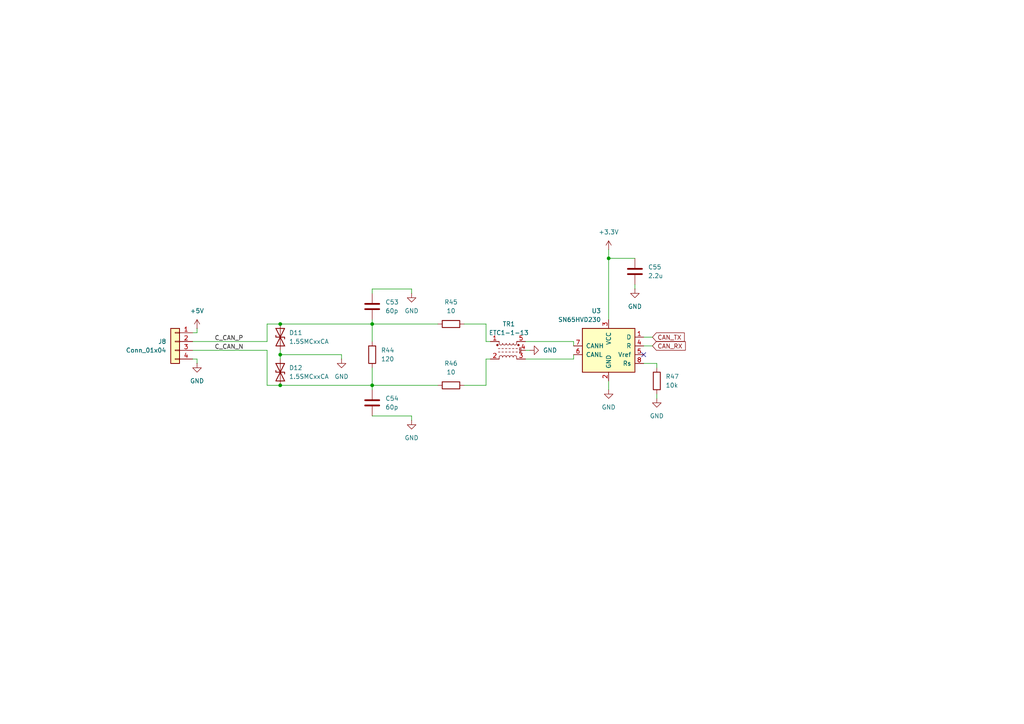
<source format=kicad_sch>
(kicad_sch (version 20231120) (generator "eeschema") (generator_version "8.0")
  (paper "A4")
  (lib_symbols
    (symbol "Connector_Generic:Conn_01x04" (pin_names (offset 1.016) hide)
      (property "Reference" "J" (at 0 5.08 0))
      (property "Value" "Conn_01x04" (at 0 -7.62 0))
      (symbol "Conn_01x04_1_1"
        (rectangle (start -1.27 -4.953) (end 0 -5.207) (stroke (width 0.1524)))
        (rectangle (start -1.27 -2.413) (end 0 -2.667) (stroke (width 0.1524)))
        (rectangle (start -1.27 0.127) (end 0 -0.127) (stroke (width 0.1524)))
        (rectangle (start -1.27 2.667) (end 0 2.413) (stroke (width 0.1524)))
        (rectangle (start -1.27 3.81) (end 1.27 -6.35) (stroke (width 0.254)) (fill (type background)))
        (pin passive line (at -5.08 2.54 0) (length 3.81) (name "Pin_1") (number "1"))
        (pin passive line (at -5.08 0 0) (length 3.81) (name "Pin_2") (number "2"))
        (pin passive line (at -5.08 -2.54 0) (length 3.81) (name "Pin_3") (number "3"))
        (pin passive line (at -5.08 -5.08 0) (length 3.81) (name "Pin_4") (number "4"))
      )
    )
    (symbol "Device:C" (pin_numbers hide) (pin_names (offset 0.254))
      (property "Reference" "C" (at 0.635 2.54 0))
      (property "Value" "C" (at 0.635 -2.54 0))
      (symbol "C_0_1"
        (polyline (pts (xy -2.032 -0.762) (xy 2.032 -0.762)) (stroke (width 0.508)))
        (polyline (pts (xy -2.032 0.762) (xy 2.032 0.762)) (stroke (width 0.508)))
      )
      (symbol "C_1_1"
        (pin passive line (at 0 3.81 270) (length 2.794) (name "~") (number "1"))
        (pin passive line (at 0 -3.81 90) (length 2.794) (name "~") (number "2"))
      )
    )
    (symbol "Device:R" (pin_numbers hide) (pin_names (offset 0))
      (property "Reference" "R" (at 2.032 0 90))
      (property "Value" "R" (at 0 0 90))
      (symbol "R_0_1"
        (rectangle (start -1.016 -2.54) (end 1.016 2.54) (stroke (width 0.254)))
      )
      (symbol "R_1_1"
        (pin passive line (at 0 3.81 270) (length 1.27) (name "~") (number "1"))
        (pin passive line (at 0 -3.81 90) (length 1.27) (name "~") (number "2"))
      )
    )
    (symbol "Diode:1.5SMCxxCA" (pin_numbers hide) (pin_names (offset 1.016) hide)
      (property "Reference" "D" (at 0 2.54 0))
      (property "Value" "1.5SMCxxCA" (at 0 -2.54 0))
      (symbol "1.5SMCxxCA_0_1"
        (polyline (pts (xy 1.27 0) (xy -1.27 0)))
        (polyline (pts (xy -2.54 -1.27) (xy 0 0) (xy -2.54 1.27) (xy -2.54 -1.27)) (stroke (width 0.254)))
        (polyline (pts (xy 0.508 1.27) (xy 0 1.27) (xy 0 -1.27) (xy -0.508 -1.27)) (stroke (width 0.254)))
        (polyline (pts (xy 2.54 1.27) (xy 2.54 -1.27) (xy 0 0) (xy 2.54 1.27)) (stroke (width 0.254)))
      )
      (symbol "1.5SMCxxCA_1_1"
        (pin passive line (at -3.81 0 0) (length 2.54) (name "A1") (number "1"))
        (pin passive line (at 3.81 0 180) (length 2.54) (name "A2") (number "2"))
      )
    )
    (symbol "Interface_CAN_LIN:SN65HVD230" (pin_names (offset 1.016))
      (property "Reference" "U" (at -2.54 10.16 0))
      (property "Value" "SN65HVD230" (at -2.54 7.62 0))
      (symbol "SN65HVD230_0_1"
        (rectangle (start -7.62 5.08) (end 7.62 -7.62) (stroke (width 0.254)) (fill (type background)))
      )
      (symbol "SN65HVD230_1_1"
        (pin input line (at -10.16 2.54 0) (length 2.54) (name "D") (number "1"))
        (pin power_in line (at 0 -10.16 90) (length 2.54) (name "GND") (number "2"))
        (pin power_in line (at 0 7.62 270) (length 2.54) (name "VCC") (number "3"))
        (pin output line (at -10.16 0 0) (length 2.54) (name "R") (number "4"))
        (pin output line (at -10.16 -2.54 0) (length 2.54) (name "Vref") (number "5"))
        (pin bidirectional line (at 10.16 -2.54 180) (length 2.54) (name "CANL") (number "6"))
        (pin bidirectional line (at 10.16 0 180) (length 2.54) (name "CANH") (number "7"))
        (pin input line (at -10.16 -5.08 0) (length 2.54) (name "Rs") (number "8"))
      )
    )
    (symbol "Transformer:ETC1-1-13" (pin_names hide)
      (property "Reference" "TR" (at 0 3.81 0))
      (property "Value" "ETC1-1-13" (at 0 -3.81 0))
      (symbol "ETC1-1-13_0_0"
        (polyline (pts (xy 3.81 0.762) (xy 3.81 -0.762)))
        (text "Mounting" (at 3.429 0 900) (effects (font (size 0.254 0.254) (bold yes))))
      )
      (symbol "ETC1-1-13_1_1"
        (circle (center -3.048 1.524) (radius 0.254) (fill (type outline)))
        (arc (start -2.54 2.032) (mid -2.032 1.5262) (end -1.524 2.032))
        (arc (start -1.524 -2.032) (mid -2.032 -1.5262) (end -2.54 -2.032))
        (arc (start -1.524 2.032) (mid -1.016 1.5262) (end -0.508 2.032))
        (arc (start -0.508 -2.032) (mid -1.016 -1.5262) (end -1.524 -2.032))
        (arc (start -0.508 2.032) (mid 0 1.5262) (end 0.508 2.032))
        (polyline (pts (xy -2.794 -0.508) (xy -2.286 -0.508)))
        (polyline (pts (xy -2.794 0.508) (xy -2.286 0.508)))
        (polyline (pts (xy -2.54 -2.032) (xy -2.54 -2.54)))
        (polyline (pts (xy -2.54 2.032) (xy -2.54 2.54)))
        (polyline (pts (xy -1.778 -0.508) (xy -1.27 -0.508)))
        (polyline (pts (xy -1.778 0.508) (xy -1.27 0.508)))
        (polyline (pts (xy -0.762 -0.508) (xy -0.254 -0.508)))
        (polyline (pts (xy -0.762 0.508) (xy -0.254 0.508)))
        (polyline (pts (xy 0.254 -0.508) (xy 0.762 -0.508)))
        (polyline (pts (xy 0.254 0.508) (xy 0.762 0.508)))
        (polyline (pts (xy 1.27 -0.508) (xy 1.778 -0.508)))
        (polyline (pts (xy 1.27 0.508) (xy 1.778 0.508)))
        (polyline (pts (xy 2.286 -0.508) (xy 2.794 -0.508)))
        (polyline (pts (xy 2.286 0.508) (xy 2.794 0.508)))
        (polyline (pts (xy 2.54 -2.032) (xy 2.54 -2.54)))
        (polyline (pts (xy 2.54 2.54) (xy 2.54 2.032)))
        (arc (start 0.508 -2.032) (mid 0 -1.5262) (end -0.508 -2.032))
        (arc (start 0.508 2.032) (mid 1.016 1.5262) (end 1.524 2.032))
        (arc (start 1.524 -2.032) (mid 1.016 -1.5262) (end 0.508 -2.032))
        (arc (start 1.524 2.032) (mid 2.032 1.5262) (end 2.54 2.032))
        (arc (start 2.54 -2.032) (mid 2.032 -1.5262) (end 1.524 -2.032))
        (circle (center 3.048 1.524) (radius 0.254) (fill (type outline)))
        (pin passive line (at -5.08 2.54 0) (length 2.54) (name "~") (number "1"))
        (pin passive line (at -5.08 -2.54 0) (length 2.54) (name "~") (number "2"))
        (pin passive line (at 5.08 -2.54 180) (length 2.54) (name "~") (number "3"))
        (pin passive line (at 5.08 0 180) (length 1.27) (name "MP") (number "4"))
        (pin passive line (at 5.08 2.54 180) (length 2.54) (name "~") (number "5"))
      )
    )
    (symbol "power:+3.3V" (power) (pin_numbers hide) (pin_names (offset 0) hide)
      (property "Value" "+3.3V" (at 0 3.556 0))
      (symbol "+3.3V_0_1"
        (polyline (pts (xy -0.762 1.27) (xy 0 2.54)))
        (polyline (pts (xy 0 0) (xy 0 2.54)))
        (polyline (pts (xy 0 2.54) (xy 0.762 1.27)))
      )
      (symbol "+3.3V_1_1"
        (pin power_in line (at 0 0 90) (length 0) (name "~") (number "1"))
      )
    )
    (symbol "power:+5V" (power) (pin_numbers hide) (pin_names (offset 0) hide)
      (property "Value" "+5V" (at 0 3.556 0))
      (symbol "+5V_0_1"
        (polyline (pts (xy -0.762 1.27) (xy 0 2.54)))
        (polyline (pts (xy 0 0) (xy 0 2.54)))
        (polyline (pts (xy 0 2.54) (xy 0.762 1.27)))
      )
      (symbol "+5V_1_1"
        (pin power_in line (at 0 0 90) (length 0) (name "~") (number "1"))
      )
    )
    (symbol "power:GND" (power) (pin_numbers hide) (pin_names (offset 0) hide)
      (property "Value" "GND" (at 0 -3.81 0))
      (symbol "GND_0_1"
        (polyline (pts (xy 0 0) (xy 0 -1.27) (xy 1.27 -1.27) (xy 0 -2.54) (xy -1.27 -1.27) (xy 0 -1.27)))
      )
      (symbol "GND_1_1"
        (pin power_in line (at 0 0 270) (length 0) (name "~") (number "1"))
      )
    )
  )
  (junction (at 176.53 74.93))
  (junction (at 107.95 111.76))
  (junction (at 81.28 93.98))
  (junction (at 107.95 93.98))
  (junction (at 81.28 111.76))
  (junction (at 81.28 102.87))
  (no_connect (at 186.69 102.87))
  (wire (pts (xy 140.97 104.14) (xy 142.24 104.14)))
  (wire (pts (xy 119.38 120.65) (xy 119.38 121.92)))
  (wire (pts (xy 81.28 111.76) (xy 107.95 111.76)))
  (wire (pts (xy 77.47 99.06) (xy 77.47 93.98)))
  (wire (pts (xy 166.37 104.14) (xy 166.37 102.87)))
  (wire (pts (xy 119.38 83.82) (xy 119.38 85.09)))
  (wire (pts (xy 186.69 100.33) (xy 189.23 100.33)))
  (wire (pts (xy 55.88 104.14) (xy 57.15 104.14)))
  (wire (pts (xy 81.28 101.6) (xy 81.28 102.87)))
  (wire (pts (xy 77.47 101.6) (xy 77.47 111.76)))
  (wire (pts (xy 107.95 93.98) (xy 107.95 99.06)))
  (wire (pts (xy 99.06 102.87) (xy 81.28 102.87)))
  (wire (pts (xy 107.95 111.76) (xy 127 111.76)))
  (wire (pts (xy 166.37 99.06) (xy 166.37 100.33)))
  (wire (pts (xy 190.5 114.3) (xy 190.5 115.57)))
  (wire (pts (xy 107.95 120.65) (xy 119.38 120.65)))
  (wire (pts (xy 134.62 93.98) (xy 140.97 93.98)))
  (wire (pts (xy 81.28 102.87) (xy 81.28 104.14)))
  (wire (pts (xy 190.5 105.41) (xy 190.5 106.68)))
  (wire (pts (xy 140.97 93.98) (xy 140.97 99.06)))
  (wire (pts (xy 184.15 82.55) (xy 184.15 83.82)))
  (wire (pts (xy 176.53 74.93) (xy 176.53 92.71)))
  (wire (pts (xy 107.95 92.71) (xy 107.95 93.98)))
  (wire (pts (xy 107.95 111.76) (xy 107.95 106.68)))
  (wire (pts (xy 107.95 113.03) (xy 107.95 111.76)))
  (wire (pts (xy 55.88 99.06) (xy 77.47 99.06)))
  (wire (pts (xy 176.53 72.39) (xy 176.53 74.93)))
  (wire (pts (xy 152.4 99.06) (xy 166.37 99.06)))
  (wire (pts (xy 57.15 96.52) (xy 57.15 95.25)))
  (wire (pts (xy 55.88 96.52) (xy 57.15 96.52)))
  (wire (pts (xy 77.47 111.76) (xy 81.28 111.76)))
  (wire (pts (xy 81.28 93.98) (xy 107.95 93.98)))
  (wire (pts (xy 176.53 110.49) (xy 176.53 113.03)))
  (wire (pts (xy 186.69 105.41) (xy 190.5 105.41)))
  (wire (pts (xy 99.06 104.14) (xy 99.06 102.87)))
  (wire (pts (xy 107.95 83.82) (xy 119.38 83.82)))
  (wire (pts (xy 186.69 97.79) (xy 189.23 97.79)))
  (wire (pts (xy 176.53 74.93) (xy 184.15 74.93)))
  (wire (pts (xy 57.15 104.14) (xy 57.15 105.41)))
  (wire (pts (xy 152.4 104.14) (xy 166.37 104.14)))
  (wire (pts (xy 152.4 101.6) (xy 153.67 101.6)))
  (wire (pts (xy 77.47 93.98) (xy 81.28 93.98)))
  (wire (pts (xy 107.95 93.98) (xy 127 93.98)))
  (wire (pts (xy 55.88 101.6) (xy 77.47 101.6)))
  (wire (pts (xy 107.95 85.09) (xy 107.95 83.82)))
  (wire (pts (xy 140.97 111.76) (xy 140.97 104.14)))
  (wire (pts (xy 134.62 111.76) (xy 140.97 111.76)))
  (wire (pts (xy 140.97 99.06) (xy 142.24 99.06)))
  (label "C_CAN_P" (at 62.23 99.06 0))
  (label "C_CAN_N" (at 62.23 101.6 0))
  (global_label "CAN_TX" (shape input) (at 189.23 97.79 0) (property "Intersheetrefs" "${INTERSHEET_REFS}" (effects (hide yes))))
  (global_label "CAN_RX" (shape input) (at 189.23 100.33 0) (property "Intersheetrefs" "${INTERSHEET_REFS}" (effects (hide yes))))
  (symbol (lib_id "Transformer:ETC1-1-13") (at 147.32 101.6 0) (unit 1)
    (property "Reference" "TR1" (at 147.574 93.98 0))
    (property "Value" "ETC1-1-13" (at 147.574 96.52 0))
    (property "Footprint" "Transformer_SMD:Transformer_MACOM_SM-22" (effects (hide yes)))
    (property "Datasheet" "https://cdn.macom.com/datasheets/ETC1-1-13.pdf" (effects (hide yes)))
    (property "Description" "4.5-4000MHz 1:1 RF Transformer, Balanced Transmission Line, SM-22" (effects (hide yes)))
  )
  (symbol (lib_id "power:GND") (at 176.53 113.03 0) (unit 1)
    (property "Reference" "#PWR080" (effects (hide yes)))
    (property "Value" "GND" (at 176.53 118.11 0))
    (property "Description" "Power symbol creates a global label with name \"GND\" , ground" (effects (hide yes)))
  )
  (symbol (lib_id "power:GND") (at 119.38 85.09 0) (unit 1)
    (property "Reference" "#PWR076" (effects (hide yes)))
    (property "Value" "GND" (at 119.38 90.17 0))
    (property "Description" "Power symbol creates a global label with name \"GND\" , ground" (effects (hide yes)))
  )
  (symbol (lib_id "power:+3.3V") (at 176.53 72.39 0) (unit 1)
    (property "Reference" "#PWR079" (effects (hide yes)))
    (property "Value" "+3.3V" (at 176.53 67.31 0))
    (property "Description" "Power symbol creates a global label with name \"+3.3V\"" (effects (hide yes)))
  )
  (symbol (lib_id "power:+5V") (at 57.15 95.25 0) (unit 1)
    (property "Reference" "#PWR073" (effects (hide yes)))
    (property "Value" "+5V" (at 57.15 90.17 0))
    (property "Description" "Power symbol creates a global label with name \"+5V\"" (effects (hide yes)))
  )
  (symbol (lib_id "Diode:1.5SMCxxCA") (at 81.28 97.79 90) (unit 1)
    (property "Reference" "D11" (at 83.82 96.5199 90) (effects (justify right)))
    (property "Value" "1.5SMCxxCA" (at 83.82 99.0599 90) (effects (justify right)))
    (property "Footprint" "Diode_SMD:D_SMC" (effects (hide yes)))
    (property "Datasheet" "https://www.vishay.com/docs/88303/15smc.pdf" (effects (hide yes)))
    (property "Description" "1500W bidirectional TVS diode, SMC (DO-201AB)" (effects (hide yes)))
  )
  (symbol (lib_id "power:GND") (at 99.06 104.14 0) (unit 1)
    (property "Reference" "#PWR075" (effects (hide yes)))
    (property "Value" "GND" (at 99.06 109.22 0))
    (property "Description" "Power symbol creates a global label with name \"GND\" , ground" (effects (hide yes)))
  )
  (symbol (lib_id "power:GND") (at 153.67 101.6 90) (unit 1)
    (property "Reference" "#PWR078" (effects (hide yes)))
    (property "Value" "GND" (at 157.48 101.5999 90) (effects (justify right)))
    (property "Description" "Power symbol creates a global label with name \"GND\" , ground" (effects (hide yes)))
  )
  (symbol (lib_id "power:GND") (at 190.5 115.57 0) (unit 1)
    (property "Reference" "#PWR082" (effects (hide yes)))
    (property "Value" "GND" (at 190.5 120.65 0))
    (property "Description" "Power symbol creates a global label with name \"GND\" , ground" (effects (hide yes)))
  )
  (symbol (lib_id "power:GND") (at 57.15 105.41 0) (unit 1)
    (property "Reference" "#PWR074" (effects (hide yes)))
    (property "Value" "GND" (at 57.15 110.49 0))
    (property "Description" "Power symbol creates a global label with name \"GND\" , ground" (effects (hide yes)))
  )
  (symbol (lib_id "Device:C") (at 107.95 88.9 0) (unit 1)
    (property "Reference" "C53" (at 111.76 87.6299 0) (effects (justify left)))
    (property "Value" "60p" (at 111.76 90.1699 0) (effects (justify left)))
    (property "Description" "Unpolarized capacitor" (effects (hide yes)))
  )
  (symbol (lib_id "Device:R") (at 130.81 111.76 90) (unit 1)
    (property "Reference" "R46" (at 130.81 105.41 90))
    (property "Value" "10" (at 130.81 107.95 90))
    (property "Description" "Resistor" (effects (hide yes)))
  )
  (symbol (lib_id "Device:R") (at 190.5 110.49 180) (unit 1)
    (property "Reference" "R47" (at 193.04 109.2199 0) (effects (justify right)))
    (property "Value" "10k" (at 193.04 111.7599 0) (effects (justify right)))
    (property "Description" "Resistor" (effects (hide yes)))
  )
  (symbol (lib_id "Diode:1.5SMCxxCA") (at 81.28 107.95 90) (unit 1)
    (property "Reference" "D12" (at 83.82 106.6799 90) (effects (justify right)))
    (property "Value" "1.5SMCxxCA" (at 83.82 109.2199 90) (effects (justify right)))
    (property "Footprint" "Diode_SMD:D_SMC" (effects (hide yes)))
    (property "Datasheet" "https://www.vishay.com/docs/88303/15smc.pdf" (effects (hide yes)))
    (property "Description" "1500W bidirectional TVS diode, SMC (DO-201AB)" (effects (hide yes)))
  )
  (symbol (lib_id "Interface_CAN_LIN:SN65HVD230") (at 176.53 100.33 0) (mirror y) (unit 1)
    (property "Reference" "U3" (at 174.3359 90.17 0) (effects (justify left)))
    (property "Value" "SN65HVD230" (at 174.3359 92.71 0) (effects (justify left)))
    (property "Footprint" "Package_SO:SOIC-8_3.9x4.9mm_P1.27mm" (effects (hide yes)))
    (property "Datasheet" "http://www.ti.com/lit/ds/symlink/sn65hvd230.pdf" (effects (hide yes)))
    (property "Description" "CAN Bus Transceivers, 3.3V, 1Mbps, Low-Power capabilities, SOIC-8" (effects (hide yes)))
  )
  (symbol (lib_id "Device:R") (at 107.95 102.87 0) (unit 1)
    (property "Reference" "R44" (at 110.49 101.5999 0) (effects (justify left)))
    (property "Value" "120" (at 110.49 104.1399 0) (effects (justify left)))
    (property "Description" "Resistor" (effects (hide yes)))
  )
  (symbol (lib_id "power:GND") (at 119.38 121.92 0) (unit 1)
    (property "Reference" "#PWR077" (effects (hide yes)))
    (property "Value" "GND" (at 119.38 127 0))
    (property "Description" "Power symbol creates a global label with name \"GND\" , ground" (effects (hide yes)))
  )
  (symbol (lib_id "Device:C") (at 184.15 78.74 0) (unit 1)
    (property "Reference" "C55" (at 187.96 77.4699 0) (effects (justify left)))
    (property "Value" "2.2u" (at 187.96 80.0099 0) (effects (justify left)))
    (property "Description" "Unpolarized capacitor" (effects (hide yes)))
  )
  (symbol (lib_id "Device:R") (at 130.81 93.98 90) (unit 1)
    (property "Reference" "R45" (at 130.81 87.63 90))
    (property "Value" "10" (at 130.81 90.17 90))
    (property "Description" "Resistor" (effects (hide yes)))
  )
  (symbol (lib_id "power:GND") (at 184.15 83.82 0) (unit 1)
    (property "Reference" "#PWR081" (effects (hide yes)))
    (property "Value" "GND" (at 184.15 88.9 0))
    (property "Description" "Power symbol creates a global label with name \"GND\" , ground" (effects (hide yes)))
  )
  (symbol (lib_id "Connector_Generic:Conn_01x04") (at 50.8 99.06 0) (mirror y) (unit 1)
    (property "Reference" "J8" (at 48.26 99.0599 0) (effects (justify left)))
    (property "Value" "Conn_01x04" (at 48.26 101.5999 0) (effects (justify left)))
    (property "Description" "Generic connector, single row, 01x04, script generated (kicad-library-utils/schlib/autogen/connector/)" (effects (hide yes)))
  )
  (symbol (lib_id "Device:C") (at 107.95 116.84 0) (unit 1)
    (property "Reference" "C54" (at 111.76 115.5699 0) (effects (justify left)))
    (property "Value" "60p" (at 111.76 118.1099 0) (effects (justify left)))
    (property "Description" "Unpolarized capacitor" (effects (hide yes)))
  )
)
</source>
